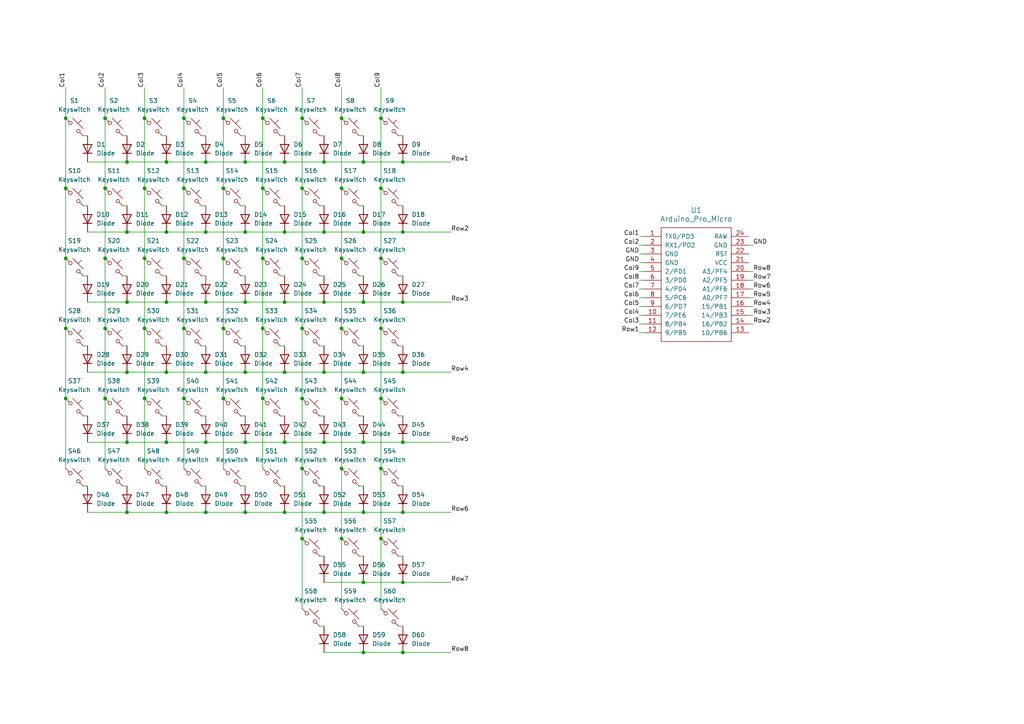
<source format=kicad_sch>
(kicad_sch (version 20231120) (generator "eeschema") (generator_version "8.0")
  (paper "A4")
  (junction (at 105.41 128.27))
  (junction (at 99.06 156.21))
  (junction (at 110.49 135.89))
  (junction (at 116.84 46.99))
  (junction (at 93.98 87.63))
  (junction (at 82.55 148.59))
  (junction (at 64.77 54.61))
  (junction (at 71.12 128.27))
  (junction (at 87.63 34.29))
  (junction (at 99.06 115.57))
  (junction (at 71.12 148.59))
  (junction (at 71.12 87.63))
  (junction (at 105.41 107.95))
  (junction (at 93.98 128.27))
  (junction (at 19.05 54.61))
  (junction (at 48.26 148.59))
  (junction (at 64.77 95.25))
  (junction (at 64.77 34.29))
  (junction (at 19.05 34.29))
  (junction (at 105.41 87.63))
  (junction (at 41.91 54.61))
  (junction (at 48.26 87.63))
  (junction (at 110.49 115.57))
  (junction (at 93.98 148.59))
  (junction (at 82.55 128.27))
  (junction (at 99.06 34.29))
  (junction (at 30.48 115.57))
  (junction (at 87.63 95.25))
  (junction (at 41.91 34.29))
  (junction (at 116.84 128.27))
  (junction (at 41.91 95.25))
  (junction (at 105.41 189.23))
  (junction (at 36.83 148.59))
  (junction (at 82.55 67.31))
  (junction (at 116.84 148.59))
  (junction (at 105.41 148.59))
  (junction (at 64.77 115.57))
  (junction (at 82.55 46.99))
  (junction (at 59.69 128.27))
  (junction (at 76.2 34.29))
  (junction (at 59.69 148.59))
  (junction (at 76.2 115.57))
  (junction (at 30.48 95.25))
  (junction (at 59.69 46.99))
  (junction (at 93.98 107.95))
  (junction (at 116.84 107.95))
  (junction (at 87.63 115.57))
  (junction (at 53.34 115.57))
  (junction (at 99.06 95.25))
  (junction (at 64.77 74.93))
  (junction (at 48.26 46.99))
  (junction (at 99.06 74.93))
  (junction (at 99.06 54.61))
  (junction (at 36.83 67.31))
  (junction (at 19.05 115.57))
  (junction (at 59.69 67.31))
  (junction (at 82.55 107.95))
  (junction (at 99.06 135.89))
  (junction (at 110.49 156.21))
  (junction (at 116.84 67.31))
  (junction (at 48.26 128.27))
  (junction (at 87.63 135.89))
  (junction (at 116.84 168.91))
  (junction (at 59.69 107.95))
  (junction (at 76.2 54.61))
  (junction (at 30.48 74.93))
  (junction (at 110.49 74.93))
  (junction (at 105.41 67.31))
  (junction (at 41.91 74.93))
  (junction (at 93.98 67.31))
  (junction (at 110.49 34.29))
  (junction (at 110.49 54.61))
  (junction (at 36.83 87.63))
  (junction (at 116.84 87.63))
  (junction (at 36.83 46.99))
  (junction (at 59.69 87.63))
  (junction (at 105.41 168.91))
  (junction (at 53.34 74.93))
  (junction (at 53.34 95.25))
  (junction (at 71.12 107.95))
  (junction (at 110.49 95.25))
  (junction (at 76.2 95.25))
  (junction (at 71.12 67.31))
  (junction (at 93.98 46.99))
  (junction (at 76.2 74.93))
  (junction (at 116.84 189.23))
  (junction (at 82.55 87.63))
  (junction (at 48.26 107.95))
  (junction (at 87.63 156.21))
  (junction (at 36.83 128.27))
  (junction (at 87.63 74.93))
  (junction (at 19.05 95.25))
  (junction (at 48.26 67.31))
  (junction (at 41.91 115.57))
  (junction (at 30.48 54.61))
  (junction (at 53.34 34.29))
  (junction (at 87.63 54.61))
  (junction (at 30.48 34.29))
  (junction (at 53.34 54.61))
  (junction (at 19.05 74.93))
  (junction (at 36.83 107.95))
  (junction (at 105.41 46.99))
  (junction (at 71.12 46.99))
  (wire (pts (xy 92.71 120.65) (xy 93.98 120.65)))
  (wire (pts (xy 81.28 39.37) (xy 82.55 39.37)))
  (wire (pts (xy 110.49 156.21) (xy 110.49 176.53)))
  (wire (pts (xy 115.57 80.01) (xy 116.84 80.01)))
  (wire (pts (xy 82.55 128.27) (xy 93.98 128.27)))
  (wire (pts (xy 110.49 34.29) (xy 110.49 54.61)))
  (wire (pts (xy 110.49 135.89) (xy 110.49 156.21)))
  (wire (pts (xy 58.42 39.37) (xy 59.69 39.37)))
  (wire (pts (xy 76.2 95.25) (xy 76.2 115.57)))
  (wire (pts (xy 58.42 140.97) (xy 59.69 140.97)))
  (wire (pts (xy 59.69 107.95) (xy 71.12 107.95)))
  (wire (pts (xy 110.49 54.61) (xy 110.49 74.93)))
  (wire (pts (xy 110.49 25.4) (xy 110.49 34.29)))
  (wire (pts (xy 25.4 87.63) (xy 36.83 87.63)))
  (wire (pts (xy 36.83 148.59) (xy 48.26 148.59)))
  (wire (pts (xy 46.99 100.33) (xy 48.26 100.33)))
  (wire (pts (xy 93.98 148.59) (xy 105.41 148.59)))
  (wire (pts (xy 35.56 100.33) (xy 36.83 100.33)))
  (wire (pts (xy 48.26 67.31) (xy 59.69 67.31)))
  (wire (pts (xy 48.26 87.63) (xy 59.69 87.63)))
  (wire (pts (xy 24.13 59.69) (xy 25.4 59.69)))
  (wire (pts (xy 71.12 87.63) (xy 82.55 87.63)))
  (wire (pts (xy 30.48 74.93) (xy 30.48 95.25)))
  (wire (pts (xy 81.28 140.97) (xy 82.55 140.97)))
  (wire (pts (xy 185.42 71.12) (xy 186.69 71.12)))
  (wire (pts (xy 104.14 39.37) (xy 105.41 39.37)))
  (wire (pts (xy 92.71 140.97) (xy 93.98 140.97)))
  (wire (pts (xy 69.85 80.01) (xy 71.12 80.01)))
  (wire (pts (xy 35.56 59.69) (xy 36.83 59.69)))
  (wire (pts (xy 115.57 181.61) (xy 116.84 181.61)))
  (wire (pts (xy 35.56 80.01) (xy 36.83 80.01)))
  (wire (pts (xy 71.12 67.31) (xy 82.55 67.31)))
  (wire (pts (xy 81.28 100.33) (xy 82.55 100.33)))
  (wire (pts (xy 218.44 83.82) (xy 217.17 83.82)))
  (wire (pts (xy 115.57 120.65) (xy 116.84 120.65)))
  (wire (pts (xy 64.77 74.93) (xy 64.77 95.25)))
  (wire (pts (xy 93.98 168.91) (xy 105.41 168.91)))
  (wire (pts (xy 48.26 46.99) (xy 59.69 46.99)))
  (wire (pts (xy 185.42 93.98) (xy 186.69 93.98)))
  (wire (pts (xy 41.91 54.61) (xy 41.91 74.93)))
  (wire (pts (xy 81.28 80.01) (xy 82.55 80.01)))
  (wire (pts (xy 25.4 128.27) (xy 36.83 128.27)))
  (wire (pts (xy 71.12 46.99) (xy 82.55 46.99)))
  (wire (pts (xy 41.91 25.4) (xy 41.91 34.29)))
  (wire (pts (xy 64.77 54.61) (xy 64.77 74.93)))
  (wire (pts (xy 92.71 59.69) (xy 93.98 59.69)))
  (wire (pts (xy 71.12 128.27) (xy 82.55 128.27)))
  (wire (pts (xy 104.14 80.01) (xy 105.41 80.01)))
  (wire (pts (xy 99.06 74.93) (xy 99.06 95.25)))
  (wire (pts (xy 25.4 67.31) (xy 36.83 67.31)))
  (wire (pts (xy 69.85 140.97) (xy 71.12 140.97)))
  (wire (pts (xy 76.2 115.57) (xy 76.2 135.89)))
  (wire (pts (xy 93.98 128.27) (xy 105.41 128.27)))
  (wire (pts (xy 110.49 74.93) (xy 110.49 95.25)))
  (wire (pts (xy 41.91 95.25) (xy 41.91 115.57)))
  (wire (pts (xy 59.69 87.63) (xy 71.12 87.63)))
  (wire (pts (xy 69.85 120.65) (xy 71.12 120.65)))
  (wire (pts (xy 105.41 46.99) (xy 116.84 46.99)))
  (wire (pts (xy 30.48 34.29) (xy 30.48 54.61)))
  (wire (pts (xy 130.81 46.99) (xy 116.84 46.99)))
  (wire (pts (xy 36.83 46.99) (xy 48.26 46.99)))
  (wire (pts (xy 76.2 34.29) (xy 76.2 54.61)))
  (wire (pts (xy 87.63 25.4) (xy 87.63 34.29)))
  (wire (pts (xy 104.14 100.33) (xy 105.41 100.33)))
  (wire (pts (xy 218.44 91.44) (xy 217.17 91.44)))
  (wire (pts (xy 53.34 34.29) (xy 53.34 54.61)))
  (wire (pts (xy 87.63 74.93) (xy 87.63 95.25)))
  (wire (pts (xy 105.41 168.91) (xy 116.84 168.91)))
  (wire (pts (xy 99.06 95.25) (xy 99.06 115.57)))
  (wire (pts (xy 36.83 128.27) (xy 48.26 128.27)))
  (wire (pts (xy 87.63 54.61) (xy 87.63 74.93)))
  (wire (pts (xy 58.42 80.01) (xy 59.69 80.01)))
  (wire (pts (xy 82.55 107.95) (xy 93.98 107.95)))
  (wire (pts (xy 19.05 95.25) (xy 19.05 115.57)))
  (wire (pts (xy 30.48 115.57) (xy 30.48 135.89)))
  (wire (pts (xy 116.84 128.27) (xy 130.81 128.27)))
  (wire (pts (xy 105.41 148.59) (xy 116.84 148.59)))
  (wire (pts (xy 46.99 80.01) (xy 48.26 80.01)))
  (wire (pts (xy 46.99 140.97) (xy 48.26 140.97)))
  (wire (pts (xy 185.42 88.9) (xy 186.69 88.9)))
  (wire (pts (xy 87.63 135.89) (xy 87.63 156.21)))
  (wire (pts (xy 116.84 148.59) (xy 130.81 148.59)))
  (wire (pts (xy 185.42 68.58) (xy 186.69 68.58)))
  (wire (pts (xy 87.63 34.29) (xy 87.63 54.61)))
  (wire (pts (xy 104.14 59.69) (xy 105.41 59.69)))
  (wire (pts (xy 130.81 189.23) (xy 116.84 189.23)))
  (wire (pts (xy 46.99 120.65) (xy 48.26 120.65)))
  (wire (pts (xy 185.42 83.82) (xy 186.69 83.82)))
  (wire (pts (xy 76.2 74.93) (xy 76.2 95.25)))
  (wire (pts (xy 76.2 54.61) (xy 76.2 74.93)))
  (wire (pts (xy 41.91 74.93) (xy 41.91 95.25)))
  (wire (pts (xy 35.56 140.97) (xy 36.83 140.97)))
  (wire (pts (xy 116.84 168.91) (xy 130.81 168.91)))
  (wire (pts (xy 48.26 148.59) (xy 59.69 148.59)))
  (wire (pts (xy 41.91 34.29) (xy 41.91 54.61)))
  (wire (pts (xy 110.49 115.57) (xy 110.49 135.89)))
  (wire (pts (xy 105.41 67.31) (xy 116.84 67.31)))
  (wire (pts (xy 19.05 74.93) (xy 19.05 95.25)))
  (wire (pts (xy 218.44 78.74) (xy 217.17 78.74)))
  (wire (pts (xy 64.77 34.29) (xy 64.77 54.61)))
  (wire (pts (xy 218.44 93.98) (xy 217.17 93.98)))
  (wire (pts (xy 99.06 115.57) (xy 99.06 135.89)))
  (wire (pts (xy 24.13 39.37) (xy 25.4 39.37)))
  (wire (pts (xy 104.14 120.65) (xy 105.41 120.65)))
  (wire (pts (xy 53.34 54.61) (xy 53.34 74.93)))
  (wire (pts (xy 48.26 107.95) (xy 59.69 107.95)))
  (wire (pts (xy 76.2 25.4) (xy 76.2 34.29)))
  (wire (pts (xy 35.56 120.65) (xy 36.83 120.65)))
  (wire (pts (xy 30.48 95.25) (xy 30.48 115.57)))
  (wire (pts (xy 110.49 95.25) (xy 110.49 115.57)))
  (wire (pts (xy 130.81 107.95) (xy 116.84 107.95)))
  (wire (pts (xy 69.85 39.37) (xy 71.12 39.37)))
  (wire (pts (xy 25.4 107.95) (xy 36.83 107.95)))
  (wire (pts (xy 71.12 148.59) (xy 82.55 148.59)))
  (wire (pts (xy 115.57 140.97) (xy 116.84 140.97)))
  (wire (pts (xy 99.06 25.4) (xy 99.06 34.29)))
  (wire (pts (xy 93.98 189.23) (xy 105.41 189.23)))
  (wire (pts (xy 46.99 39.37) (xy 48.26 39.37)))
  (wire (pts (xy 36.83 67.31) (xy 48.26 67.31)))
  (wire (pts (xy 104.14 181.61) (xy 105.41 181.61)))
  (wire (pts (xy 105.41 107.95) (xy 116.84 107.95)))
  (wire (pts (xy 92.71 181.61) (xy 93.98 181.61)))
  (wire (pts (xy 36.83 87.63) (xy 48.26 87.63)))
  (wire (pts (xy 185.42 96.52) (xy 186.69 96.52)))
  (wire (pts (xy 105.41 128.27) (xy 116.84 128.27)))
  (wire (pts (xy 30.48 54.61) (xy 30.48 74.93)))
  (wire (pts (xy 24.13 100.33) (xy 25.4 100.33)))
  (wire (pts (xy 218.44 81.28) (xy 217.17 81.28)))
  (wire (pts (xy 93.98 67.31) (xy 105.41 67.31)))
  (wire (pts (xy 25.4 46.99) (xy 36.83 46.99)))
  (wire (pts (xy 99.06 135.89) (xy 99.06 156.21)))
  (wire (pts (xy 217.17 71.12) (xy 218.44 71.12)))
  (wire (pts (xy 24.13 140.97) (xy 25.4 140.97)))
  (wire (pts (xy 185.42 78.74) (xy 186.69 78.74)))
  (wire (pts (xy 105.41 189.23) (xy 116.84 189.23)))
  (wire (pts (xy 81.28 59.69) (xy 82.55 59.69)))
  (wire (pts (xy 87.63 156.21) (xy 87.63 176.53)))
  (wire (pts (xy 92.71 161.29) (xy 93.98 161.29)))
  (wire (pts (xy 19.05 25.4) (xy 19.05 34.29)))
  (wire (pts (xy 185.42 76.2) (xy 186.69 76.2)))
  (wire (pts (xy 46.99 59.69) (xy 48.26 59.69)))
  (wire (pts (xy 82.55 87.63) (xy 93.98 87.63)))
  (wire (pts (xy 41.91 115.57) (xy 41.91 135.89)))
  (wire (pts (xy 24.13 80.01) (xy 25.4 80.01)))
  (wire (pts (xy 185.42 86.36) (xy 186.69 86.36)))
  (wire (pts (xy 130.81 67.31) (xy 116.84 67.31)))
  (wire (pts (xy 115.57 59.69) (xy 116.84 59.69)))
  (wire (pts (xy 59.69 67.31) (xy 71.12 67.31)))
  (wire (pts (xy 19.05 115.57) (xy 19.05 135.89)))
  (wire (pts (xy 185.42 81.28) (xy 186.69 81.28)))
  (wire (pts (xy 58.42 120.65) (xy 59.69 120.65)))
  (wire (pts (xy 104.14 161.29) (xy 105.41 161.29)))
  (wire (pts (xy 59.69 128.27) (xy 71.12 128.27)))
  (wire (pts (xy 35.56 39.37) (xy 36.83 39.37)))
  (wire (pts (xy 92.71 80.01) (xy 93.98 80.01)))
  (wire (pts (xy 82.55 67.31) (xy 93.98 67.31)))
  (wire (pts (xy 185.42 91.44) (xy 186.69 91.44)))
  (wire (pts (xy 130.81 87.63) (xy 116.84 87.63)))
  (wire (pts (xy 92.71 39.37) (xy 93.98 39.37)))
  (wire (pts (xy 25.4 148.59) (xy 36.83 148.59)))
  (wire (pts (xy 53.34 95.25) (xy 53.34 115.57)))
  (wire (pts (xy 99.06 156.21) (xy 99.06 176.53)))
  (wire (pts (xy 64.77 115.57) (xy 64.77 135.89)))
  (wire (pts (xy 24.13 120.65) (xy 25.4 120.65)))
  (wire (pts (xy 104.14 140.97) (xy 105.41 140.97)))
  (wire (pts (xy 93.98 87.63) (xy 105.41 87.63)))
  (wire (pts (xy 53.34 115.57) (xy 53.34 135.89)))
  (wire (pts (xy 69.85 59.69) (xy 71.12 59.69)))
  (wire (pts (xy 59.69 46.99) (xy 71.12 46.99)))
  (wire (pts (xy 59.69 148.59) (xy 71.12 148.59)))
  (wire (pts (xy 115.57 100.33) (xy 116.84 100.33)))
  (wire (pts (xy 218.44 86.36) (xy 217.17 86.36)))
  (wire (pts (xy 58.42 100.33) (xy 59.69 100.33)))
  (wire (pts (xy 82.55 46.99) (xy 93.98 46.99)))
  (wire (pts (xy 93.98 46.99) (xy 105.41 46.99)))
  (wire (pts (xy 115.57 161.29) (xy 116.84 161.29)))
  (wire (pts (xy 99.06 34.29) (xy 99.06 54.61)))
  (wire (pts (xy 58.42 59.69) (xy 59.69 59.69)))
  (wire (pts (xy 19.05 34.29) (xy 19.05 54.61)))
  (wire (pts (xy 64.77 25.4) (xy 64.77 34.29)))
  (wire (pts (xy 185.42 73.66) (xy 186.69 73.66)))
  (wire (pts (xy 82.55 148.59) (xy 93.98 148.59)))
  (wire (pts (xy 92.71 100.33) (xy 93.98 100.33)))
  (wire (pts (xy 69.85 100.33) (xy 71.12 100.33)))
  (wire (pts (xy 87.63 95.25) (xy 87.63 115.57)))
  (wire (pts (xy 218.44 88.9) (xy 217.17 88.9)))
  (wire (pts (xy 36.83 107.95) (xy 48.26 107.95)))
  (wire (pts (xy 93.98 107.95) (xy 105.41 107.95)))
  (wire (pts (xy 48.26 128.27) (xy 59.69 128.27)))
  (wire (pts (xy 19.05 54.61) (xy 19.05 74.93)))
  (wire (pts (xy 81.28 120.65) (xy 82.55 120.65)))
  (wire (pts (xy 71.12 107.95) (xy 82.55 107.95)))
  (wire (pts (xy 53.34 74.93) (xy 53.34 95.25)))
  (wire (pts (xy 87.63 115.57) (xy 87.63 135.89)))
  (wire (pts (xy 30.48 25.4) (xy 30.48 34.29)))
  (wire (pts (xy 53.34 25.4) (xy 53.34 34.29)))
  (wire (pts (xy 64.77 95.25) (xy 64.77 115.57)))
  (wire (pts (xy 105.41 87.63) (xy 116.84 87.63)))
  (wire (pts (xy 99.06 54.61) (xy 99.06 74.93)))
  (wire (pts (xy 115.57 39.37) (xy 116.84 39.37)))
  (label "Row1" (at 185.42 96.52 180))
  (label "Row4" (at 130.81 107.95 0))
  (label "Col5" (at 185.42 88.9 180))
  (label "Col6" (at 76.2 25.4 90))
  (label "Col3" (at 185.42 93.98 180))
  (label "Col4" (at 53.34 25.4 90))
  (label "Row2" (at 218.44 93.98 0))
  (label "Row5" (at 130.81 128.27 0))
  (label "GND" (at 218.44 71.12 0))
  (label "Col8" (at 185.42 81.28 180))
  (label "Col7" (at 87.63 25.4 90))
  (label "Col1" (at 185.42 68.58 180))
  (label "Row5" (at 218.44 86.36 0))
  (label "Row4" (at 218.44 88.9 0))
  (label "Row3" (at 130.81 87.63 0))
  (label "Col1" (at 19.05 25.4 90))
  (label "Col9" (at 185.42 78.74 180))
  (label "Col3" (at 41.91 25.4 90))
  (label "Row8" (at 218.44 78.74 0))
  (label "GND" (at 185.42 76.2 180))
  (label "Row2" (at 130.81 67.31 0))
  (label "Row3" (at 218.44 91.44 0))
  (label "Col5" (at 64.77 25.4 90))
  (label "GND" (at 185.42 73.66 180))
  (label "Col4" (at 185.42 91.44 180))
  (label "Row7" (at 218.44 81.28 0))
  (label "Col9" (at 110.49 25.4 90))
  (label "Row1" (at 130.81 46.99 0))
  (label "Col7" (at 185.42 83.82 180))
  (label "Row6" (at 218.44 83.82 0))
  (label "Col2" (at 185.42 71.12 180))
  (label "Col6" (at 185.42 86.36 180))
  (label "Col2" (at 30.48 25.4 90))
  (label "Row6" (at 130.81 148.59 0))
  (label "Col8" (at 99.06 25.4 90))
  (label "Row7" (at 130.81 168.91 0))
  (label "Row8" (at 130.81 189.23 0))
  (symbol (lib_id "ScottoKeebs:Placeholder_Keyswitch") (at 21.59 77.47 0) (unit 1)
    (property "Reference" "S19" (at 21.59 69.85 0))
    (property "Value" "Keyswitch" (at 21.59 72.39 0))
    (property "Footprint" "ScottoKeebs_MX:MX_PCB_1.00u" (effects (hide yes)))
    (property "Description" "Push button switch, normally open, two pins, 45° tilted" (effects (hide yes)))
  )
  (symbol (lib_id "ScottoKeebs:Placeholder_Keyswitch") (at 67.31 36.83 0) (unit 1)
    (property "Reference" "S5" (at 67.31 29.21 0))
    (property "Value" "Keyswitch" (at 67.31 31.75 0))
    (property "Footprint" "ScottoKeebs_MX:MX_PCB_1.00u" (effects (hide yes)))
    (property "Description" "Push button switch, normally open, two pins, 45° tilted" (effects (hide yes)))
  )
  (symbol (lib_id "ScottoKeebs:Placeholder_Diode") (at 116.84 124.46 90) (unit 1)
    (property "Reference" "D45" (at 119.38 123.1899 90) (effects (justify right)))
    (property "Value" "Diode" (at 119.38 125.7299 90) (effects (justify right)))
    (property "Footprint" "ScottoKeebs_Components:Diode_DO-35" (effects (hide yes)))
    (property "Description" "1N4148 (DO-35) or 1N4148W (SOD-123)" (effects (hide yes)))
    (property "Sim.Device" "D" (effects (hide yes)))
    (property "Sim.Pins" "1=K 2=A" (effects (hide yes)))
  )
  (symbol (lib_id "ScottoKeebs:Placeholder_Keyswitch") (at 67.31 118.11 0) (unit 1)
    (property "Reference" "S41" (at 67.31 110.49 0))
    (property "Value" "Keyswitch" (at 67.31 113.03 0))
    (property "Footprint" "ScottoKeebs_MX:MX_PCB_1.00u" (effects (hide yes)))
    (property "Description" "Push button switch, normally open, two pins, 45° tilted" (effects (hide yes)))
  )
  (symbol (lib_id "ScottoKeebs:Placeholder_Diode") (at 25.4 63.5 90) (unit 1)
    (property "Reference" "D10" (at 27.94 62.2299 90) (effects (justify right)))
    (property "Value" "Diode" (at 27.94 64.7699 90) (effects (justify right)))
    (property "Footprint" "ScottoKeebs_Components:Diode_DO-35" (effects (hide yes)))
    (property "Description" "1N4148 (DO-35) or 1N4148W (SOD-123)" (effects (hide yes)))
    (property "Sim.Device" "D" (effects (hide yes)))
    (property "Sim.Pins" "1=K 2=A" (effects (hide yes)))
  )
  (symbol (lib_id "ScottoKeebs:Placeholder_Diode") (at 116.84 185.42 90) (unit 1)
    (property "Reference" "D60" (at 119.38 184.1499 90) (effects (justify right)))
    (property "Value" "Diode" (at 119.38 186.6899 90) (effects (justify right)))
    (property "Footprint" "ScottoKeebs_Components:Diode_DO-35" (effects (hide yes)))
    (property "Description" "1N4148 (DO-35) or 1N4148W (SOD-123)" (effects (hide yes)))
    (property "Sim.Device" "D" (effects (hide yes)))
    (property "Sim.Pins" "1=K 2=A" (effects (hide yes)))
  )
  (symbol (lib_id "ScottoKeebs:MCU_Arduino_Pro_Micro") (at 201.93 82.55 0) (unit 1)
    (property "Reference" "U1" (at 201.93 60.96 0) (effects (font (size 1.524 1.524))))
    (property "Value" "Arduino_Pro_Micro" (at 201.93 63.5 0) (effects (font (size 1.524 1.524))))
    (property "Footprint" "ScottoKeebs_MCU:Arduino_Pro_Micro" (effects (hide yes)))
  )
  (symbol (lib_id "ScottoKeebs:Placeholder_Keyswitch") (at 21.59 57.15 0) (unit 1)
    (property "Reference" "S10" (at 21.59 49.53 0))
    (property "Value" "Keyswitch" (at 21.59 52.07 0))
    (property "Footprint" "ScottoKeebs_MX:MX_PCB_1.00u" (effects (hide yes)))
    (property "Description" "Push button switch, normally open, two pins, 45° tilted" (effects (hide yes)))
  )
  (symbol (lib_id "ScottoKeebs:Placeholder_Keyswitch") (at 113.03 179.07 0) (unit 1)
    (property "Reference" "S60" (at 113.03 171.45 0))
    (property "Value" "Keyswitch" (at 113.03 173.99 0))
    (property "Footprint" "ScottoKeebs_MX:MX_PCB_1.00u" (effects (hide yes)))
    (property "Description" "Push button switch, normally open, two pins, 45° tilted" (effects (hide yes)))
  )
  (symbol (lib_id "ScottoKeebs:Placeholder_Diode") (at 59.69 144.78 90) (unit 1)
    (property "Reference" "D49" (at 62.23 143.5099 90) (effects (justify right)))
    (property "Value" "Diode" (at 62.23 146.0499 90) (effects (justify right)))
    (property "Footprint" "ScottoKeebs_Components:Diode_DO-35" (effects (hide yes)))
    (property "Description" "1N4148 (DO-35) or 1N4148W (SOD-123)" (effects (hide yes)))
    (property "Sim.Device" "D" (effects (hide yes)))
    (property "Sim.Pins" "1=K 2=A" (effects (hide yes)))
  )
  (symbol (lib_id "ScottoKeebs:Placeholder_Keyswitch") (at 44.45 138.43 0) (unit 1)
    (property "Reference" "S48" (at 44.45 130.81 0))
    (property "Value" "Keyswitch" (at 44.45 133.35 0))
    (property "Footprint" "ScottoKeebs_MX:MX_PCB_1.00u" (effects (hide yes)))
    (property "Description" "Push button switch, normally open, two pins, 45° tilted" (effects (hide yes)))
  )
  (symbol (lib_id "ScottoKeebs:Placeholder_Diode") (at 105.41 43.18 90) (unit 1)
    (property "Reference" "D8" (at 107.95 41.9099 90) (effects (justify right)))
    (property "Value" "Diode" (at 107.95 44.4499 90) (effects (justify right)))
    (property "Footprint" "ScottoKeebs_Components:Diode_DO-35" (effects (hide yes)))
    (property "Description" "1N4148 (DO-35) or 1N4148W (SOD-123)" (effects (hide yes)))
    (property "Sim.Device" "D" (effects (hide yes)))
    (property "Sim.Pins" "1=K 2=A" (effects (hide yes)))
  )
  (symbol (lib_id "ScottoKeebs:Placeholder_Keyswitch") (at 44.45 118.11 0) (unit 1)
    (property "Reference" "S39" (at 44.45 110.49 0))
    (property "Value" "Keyswitch" (at 44.45 113.03 0))
    (property "Footprint" "ScottoKeebs_MX:MX_PCB_1.00u" (effects (hide yes)))
    (property "Description" "Push button switch, normally open, two pins, 45° tilted" (effects (hide yes)))
  )
  (symbol (lib_id "ScottoKeebs:Placeholder_Keyswitch") (at 113.03 36.83 0) (unit 1)
    (property "Reference" "S9" (at 113.03 29.21 0))
    (property "Value" "Keyswitch" (at 113.03 31.75 0))
    (property "Footprint" "ScottoKeebs_MX:MX_PCB_1.00u" (effects (hide yes)))
    (property "Description" "Push button switch, normally open, two pins, 45° tilted" (effects (hide yes)))
  )
  (symbol (lib_id "ScottoKeebs:Placeholder_Diode") (at 93.98 63.5 90) (unit 1)
    (property "Reference" "D16" (at 96.52 62.2299 90) (effects (justify right)))
    (property "Value" "Diode" (at 96.52 64.7699 90) (effects (justify right)))
    (property "Footprint" "ScottoKeebs_Components:Diode_DO-35" (effects (hide yes)))
    (property "Description" "1N4148 (DO-35) or 1N4148W (SOD-123)" (effects (hide yes)))
    (property "Sim.Device" "D" (effects (hide yes)))
    (property "Sim.Pins" "1=K 2=A" (effects (hide yes)))
  )
  (symbol (lib_id "ScottoKeebs:Placeholder_Diode") (at 59.69 43.18 90) (unit 1)
    (property "Reference" "D4" (at 62.23 41.9099 90) (effects (justify right)))
    (property "Value" "Diode" (at 62.23 44.4499 90) (effects (justify right)))
    (property "Footprint" "ScottoKeebs_Components:Diode_DO-35" (effects (hide yes)))
    (property "Description" "1N4148 (DO-35) or 1N4148W (SOD-123)" (effects (hide yes)))
    (property "Sim.Device" "D" (effects (hide yes)))
    (property "Sim.Pins" "1=K 2=A" (effects (hide yes)))
  )
  (symbol (lib_id "ScottoKeebs:Placeholder_Keyswitch") (at 113.03 118.11 0) (unit 1)
    (property "Reference" "S45" (at 113.03 110.49 0))
    (property "Value" "Keyswitch" (at 113.03 113.03 0))
    (property "Footprint" "ScottoKeebs_MX:MX_PCB_1.00u" (effects (hide yes)))
    (property "Description" "Push button switch, normally open, two pins, 45° tilted" (effects (hide yes)))
  )
  (symbol (lib_id "ScottoKeebs:Placeholder_Diode") (at 93.98 124.46 90) (unit 1)
    (property "Reference" "D43" (at 96.52 123.1899 90) (effects (justify right)))
    (property "Value" "Diode" (at 96.52 125.7299 90) (effects (justify right)))
    (property "Footprint" "ScottoKeebs_Components:Diode_DO-35" (effects (hide yes)))
    (property "Description" "1N4148 (DO-35) or 1N4148W (SOD-123)" (effects (hide yes)))
    (property "Sim.Device" "D" (effects (hide yes)))
    (property "Sim.Pins" "1=K 2=A" (effects (hide yes)))
  )
  (symbol (lib_id "ScottoKeebs:Placeholder_Keyswitch") (at 90.17 138.43 0) (unit 1)
    (property "Reference" "S52" (at 90.17 130.81 0))
    (property "Value" "Keyswitch" (at 90.17 133.35 0))
    (property "Footprint" "ScottoKeebs_MX:MX_PCB_1.00u" (effects (hide yes)))
    (property "Description" "Push button switch, normally open, two pins, 45° tilted" (effects (hide yes)))
  )
  (symbol (lib_id "ScottoKeebs:Placeholder_Diode") (at 105.41 83.82 90) (unit 1)
    (property "Reference" "D26" (at 107.95 82.5499 90) (effects (justify right)))
    (property "Value" "Diode" (at 107.95 85.0899 90) (effects (justify right)))
    (property "Footprint" "ScottoKeebs_Components:Diode_DO-35" (effects (hide yes)))
    (property "Description" "1N4148 (DO-35) or 1N4148W (SOD-123)" (effects (hide yes)))
    (property "Sim.Device" "D" (effects (hide yes)))
    (property "Sim.Pins" "1=K 2=A" (effects (hide yes)))
  )
  (symbol (lib_id "ScottoKeebs:Placeholder_Keyswitch") (at 67.31 77.47 0) (unit 1)
    (property "Reference" "S23" (at 67.31 69.85 0))
    (property "Value" "Keyswitch" (at 67.31 72.39 0))
    (property "Footprint" "ScottoKeebs_MX:MX_PCB_1.00u" (effects (hide yes)))
    (property "Description" "Push button switch, normally open, two pins, 45° tilted" (effects (hide yes)))
  )
  (symbol (lib_id "ScottoKeebs:Placeholder_Diode") (at 105.41 63.5 90) (unit 1)
    (property "Reference" "D17" (at 107.95 62.2299 90) (effects (justify right)))
    (property "Value" "Diode" (at 107.95 64.7699 90) (effects (justify right)))
    (property "Footprint" "ScottoKeebs_Components:Diode_DO-35" (effects (hide yes)))
    (property "Description" "1N4148 (DO-35) or 1N4148W (SOD-123)" (effects (hide yes)))
    (property "Sim.Device" "D" (effects (hide yes)))
    (property "Sim.Pins" "1=K 2=A" (effects (hide yes)))
  )
  (symbol (lib_id "ScottoKeebs:Placeholder_Diode") (at 71.12 63.5 90) (unit 1)
    (property "Reference" "D14" (at 73.66 62.2299 90) (effects (justify right)))
    (property "Value" "Diode" (at 73.66 64.7699 90) (effects (justify right)))
    (property "Footprint" "ScottoKeebs_Components:Diode_DO-35" (effects (hide yes)))
    (property "Description" "1N4148 (DO-35) or 1N4148W (SOD-123)" (effects (hide yes)))
    (property "Sim.Device" "D" (effects (hide yes)))
    (property "Sim.Pins" "1=K 2=A" (effects (hide yes)))
  )
  (symbol (lib_id "ScottoKeebs:Placeholder_Diode") (at 25.4 83.82 90) (unit 1)
    (property "Reference" "D19" (at 27.94 82.5499 90) (effects (justify right)))
    (property "Value" "Diode" (at 27.94 85.0899 90) (effects (justify right)))
    (property "Footprint" "ScottoKeebs_Components:Diode_DO-35" (effects (hide yes)))
    (property "Description" "1N4148 (DO-35) or 1N4148W (SOD-123)" (effects (hide yes)))
    (property "Sim.Device" "D" (effects (hide yes)))
    (property "Sim.Pins" "1=K 2=A" (effects (hide yes)))
  )
  (symbol (lib_id "ScottoKeebs:Placeholder_Keyswitch") (at 67.31 57.15 0) (unit 1)
    (property "Reference" "S14" (at 67.31 49.53 0))
    (property "Value" "Keyswitch" (at 67.31 52.07 0))
    (property "Footprint" "ScottoKeebs_MX:MX_PCB_1.00u" (effects (hide yes)))
    (property "Description" "Push button switch, normally open, two pins, 45° tilted" (effects (hide yes)))
  )
  (symbol (lib_id "ScottoKeebs:Placeholder_Keyswitch") (at 78.74 77.47 0) (unit 1)
    (property "Reference" "S24" (at 78.74 69.85 0))
    (property "Value" "Keyswitch" (at 78.74 72.39 0))
    (property "Footprint" "ScottoKeebs_MX:MX_PCB_1.00u" (effects (hide yes)))
    (property "Description" "Push button switch, normally open, two pins, 45° tilted" (effects (hide yes)))
  )
  (symbol (lib_id "ScottoKeebs:Placeholder_Keyswitch") (at 33.02 97.79 0) (unit 1)
    (property "Reference" "S29" (at 33.02 90.17 0))
    (property "Value" "Keyswitch" (at 33.02 92.71 0))
    (property "Footprint" "ScottoKeebs_MX:MX_PCB_1.00u" (effects (hide yes)))
    (property "Description" "Push button switch, normally open, two pins, 45° tilted" (effects (hide yes)))
  )
  (symbol (lib_id "ScottoKeebs:Placeholder_Keyswitch") (at 55.88 36.83 0) (unit 1)
    (property "Reference" "S4" (at 55.88 29.21 0))
    (property "Value" "Keyswitch" (at 55.88 31.75 0))
    (property "Footprint" "ScottoKeebs_MX:MX_PCB_1.00u" (effects (hide yes)))
    (property "Description" "Push button switch, normally open, two pins, 45° tilted" (effects (hide yes)))
  )
  (symbol (lib_id "ScottoKeebs:Placeholder_Diode") (at 82.55 83.82 90) (unit 1)
    (property "Reference" "D24" (at 85.09 82.5499 90) (effects (justify right)))
    (property "Value" "Diode" (at 85.09 85.0899 90) (effects (justify right)))
    (property "Footprint" "ScottoKeebs_Components:Diode_DO-35" (effects (hide yes)))
    (property "Description" "1N4148 (DO-35) or 1N4148W (SOD-123)" (effects (hide yes)))
    (property "Sim.Device" "D" (effects (hide yes)))
    (property "Sim.Pins" "1=K 2=A" (effects (hide yes)))
  )
  (symbol (lib_id "ScottoKeebs:Placeholder_Keyswitch") (at 44.45 36.83 0) (unit 1)
    (property "Reference" "S3" (at 44.45 29.21 0))
    (property "Value" "Keyswitch" (at 44.45 31.75 0))
    (property "Footprint" "ScottoKeebs_MX:MX_PCB_1.00u" (effects (hide yes)))
    (property "Description" "Push button switch, normally open, two pins, 45° tilted" (effects (hide yes)))
  )
  (symbol (lib_id "ScottoKeebs:Placeholder_Keyswitch") (at 113.03 158.75 0) (unit 1)
    (property "Reference" "S57" (at 113.03 151.13 0))
    (property "Value" "Keyswitch" (at 113.03 153.67 0))
    (property "Footprint" "ScottoKeebs_MX:MX_PCB_1.00u" (effects (hide yes)))
    (property "Description" "Push button switch, normally open, two pins, 45° tilted" (effects (hide yes)))
  )
  (symbol (lib_id "ScottoKeebs:Placeholder_Keyswitch") (at 90.17 36.83 0) (unit 1)
    (property "Reference" "S7" (at 90.17 29.21 0))
    (property "Value" "Keyswitch" (at 90.17 31.75 0))
    (property "Footprint" "ScottoKeebs_MX:MX_PCB_1.00u" (effects (hide yes)))
    (property "Description" "Push button switch, normally open, two pins, 45° tilted" (effects (hide yes)))
  )
  (symbol (lib_id "ScottoKeebs:Placeholder_Diode") (at 116.84 165.1 90) (unit 1)
    (property "Reference" "D57" (at 119.38 163.8299 90) (effects (justify right)))
    (property "Value" "Diode" (at 119.38 166.3699 90) (effects (justify right)))
    (property "Footprint" "ScottoKeebs_Components:Diode_DO-35" (effects (hide yes)))
    (property "Description" "1N4148 (DO-35) or 1N4148W (SOD-123)" (effects (hide yes)))
    (property "Sim.Device" "D" (effects (hide yes)))
    (property "Sim.Pins" "1=K 2=A" (effects (hide yes)))
  )
  (symbol (lib_id "ScottoKeebs:Placeholder_Diode") (at 59.69 63.5 90) (unit 1)
    (property "Reference" "D13" (at 62.23 62.2299 90) (effects (justify right)))
    (property "Value" "Diode" (at 62.23 64.7699 90) (effects (justify right)))
    (property "Footprint" "ScottoKeebs_Components:Diode_DO-35" (effects (hide yes)))
    (property "Description" "1N4148 (DO-35) or 1N4148W (SOD-123)" (effects (hide yes)))
    (property "Sim.Device" "D" (effects (hide yes)))
    (property "Sim.Pins" "1=K 2=A" (effects (hide yes)))
  )
  (symbol (lib_id "ScottoKeebs:Placeholder_Diode") (at 36.83 83.82 90) (unit 1)
    (property "Reference" "D20" (at 39.37 82.5499 90) (effects (justify right)))
    (property "Value" "Diode" (at 39.37 85.0899 90) (effects (justify right)))
    (property "Footprint" "ScottoKeebs_Components:Diode_DO-35" (effects (hide yes)))
    (property "Description" "1N4148 (DO-35) or 1N4148W (SOD-123)" (effects (hide yes)))
    (property "Sim.Device" "D" (effects (hide yes)))
    (property "Sim.Pins" "1=K 2=A" (effects (hide yes)))
  )
  (symbol (lib_id "ScottoKeebs:Placeholder_Keyswitch") (at 55.88 57.15 0) (unit 1)
    (property "Reference" "S13" (at 55.88 49.53 0))
    (property "Value" "Keyswitch" (at 55.88 52.07 0))
    (property "Footprint" "ScottoKeebs_MX:MX_PCB_1.00u" (effects (hide yes)))
    (property "Description" "Push button switch, normally open, two pins, 45° tilted" (effects (hide yes)))
  )
  (symbol (lib_id "ScottoKeebs:Placeholder_Diode") (at 25.4 144.78 90) (unit 1)
    (property "Reference" "D46" (at 27.94 143.5099 90) (effects (justify right)))
    (property "Value" "Diode" (at 27.94 146.0499 90) (effects (justify right)))
    (property "Footprint" "ScottoKeebs_Components:Diode_DO-35" (effects (hide yes)))
    (property "Description" "1N4148 (DO-35) or 1N4148W (SOD-123)" (effects (hide yes)))
    (property "Sim.Device" "D" (effects (hide yes)))
    (property "Sim.Pins" "1=K 2=A" (effects (hide yes)))
  )
  (symbol (lib_id "ScottoKeebs:Placeholder_Keyswitch") (at 55.88 77.47 0) (unit 1)
    (property "Reference" "S22" (at 55.88 69.85 0))
    (property "Value" "Keyswitch" (at 55.88 72.39 0))
    (property "Footprint" "ScottoKeebs_MX:MX_PCB_1.00u" (effects (hide yes)))
    (property "Description" "Push button switch, normally open, two pins, 45° tilted" (effects (hide yes)))
  )
  (symbol (lib_id "ScottoKeebs:Placeholder_Diode") (at 116.84 63.5 90) (unit 1)
    (property "Reference" "D18" (at 119.38 62.2299 90) (effects (justify right)))
    (property "Value" "Diode" (at 119.38 64.7699 90) (effects (justify right)))
    (property "Footprint" "ScottoKeebs_Components:Diode_DO-35" (effects (hide yes)))
    (property "Description" "1N4148 (DO-35) or 1N4148W (SOD-123)" (effects (hide yes)))
    (property "Sim.Device" "D" (effects (hide yes)))
    (property "Sim.Pins" "1=K 2=A" (effects (hide yes)))
  )
  (symbol (lib_id "ScottoKeebs:Placeholder_Keyswitch") (at 67.31 138.43 0) (unit 1)
    (property "Reference" "S50" (at 67.31 130.81 0))
    (property "Value" "Keyswitch" (at 67.31 133.35 0))
    (property "Footprint" "ScottoKeebs_MX:MX_PCB_1.00u" (effects (hide yes)))
    (property "Description" "Push button switch, normally open, two pins, 45° tilted" (effects (hide yes)))
  )
  (symbol (lib_id "ScottoKeebs:Placeholder_Keyswitch") (at 78.74 36.83 0) (unit 1)
    (property "Reference" "S6" (at 78.74 29.21 0))
    (property "Value" "Keyswitch" (at 78.74 31.75 0))
    (property "Footprint" "ScottoKeebs_MX:MX_PCB_1.00u" (effects (hide yes)))
    (property "Description" "Push button switch, normally open, two pins, 45° tilted" (effects (hide yes)))
  )
  (symbol (lib_id "ScottoKeebs:Placeholder_Diode") (at 48.26 124.46 90) (unit 1)
    (property "Reference" "D39" (at 50.8 123.1899 90) (effects (justify right)))
    (property "Value" "Diode" (at 50.8 125.7299 90) (effects (justify right)))
    (property "Footprint" "ScottoKeebs_Components:Diode_DO-35" (effects (hide yes)))
    (property "Description" "1N4148 (DO-35) or 1N4148W (SOD-123)" (effects (hide yes)))
    (property "Sim.Device" "D" (effects (hide yes)))
    (property "Sim.Pins" "1=K 2=A" (effects (hide yes)))
  )
  (symbol (lib_id "ScottoKeebs:Placeholder_Keyswitch") (at 101.6 138.43 0) (unit 1)
    (property "Reference" "S53" (at 101.6 130.81 0))
    (property "Value" "Keyswitch" (at 101.6 133.35 0))
    (property "Footprint" "ScottoKeebs_MX:MX_PCB_1.00u" (effects (hide yes)))
    (property "Description" "Push button switch, normally open, two pins, 45° tilted" (effects (hide yes)))
  )
  (symbol (lib_id "ScottoKeebs:Placeholder_Diode") (at 116.84 144.78 90) (unit 1)
    (property "Reference" "D54" (at 119.38 143.5099 90) (effects (justify right)))
    (property "Value" "Diode" (at 119.38 146.0499 90) (effects (justify right)))
    (property "Footprint" "ScottoKeebs_Components:Diode_DO-35" (effects (hide yes)))
    (property "Description" "1N4148 (DO-35) or 1N4148W (SOD-123)" (effects (hide yes)))
    (property "Sim.Device" "D" (effects (hide yes)))
    (property "Sim.Pins" "1=K 2=A" (effects (hide yes)))
  )
  (symbol (lib_id "ScottoKeebs:Placeholder_Keyswitch") (at 101.6 77.47 0) (unit 1)
    (property "Reference" "S26" (at 101.6 69.85 0))
    (property "Value" "Keyswitch" (at 101.6 72.39 0))
    (property "Footprint" "ScottoKeebs_MX:MX_PCB_1.00u" (effects (hide yes)))
    (property "Description" "Push button switch, normally open, two pins, 45° tilted" (effects (hide yes)))
  )
  (symbol (lib_id "ScottoKeebs:Placeholder_Keyswitch") (at 33.02 77.47 0) (unit 1)
    (property "Reference" "S20" (at 33.02 69.85 0))
    (property "Value" "Keyswitch" (at 33.02 72.39 0))
    (property "Footprint" "ScottoKeebs_MX:MX_PCB_1.00u" (effects (hide yes)))
    (property "Description" "Push button switch, normally open, two pins, 45° tilted" (effects (hide yes)))
  )
  (symbol (lib_id "ScottoKeebs:Placeholder_Keyswitch") (at 44.45 77.47 0) (unit 1)
    (property "Reference" "S21" (at 44.45 69.85 0))
    (property "Value" "Keyswitch" (at 44.45 72.39 0))
    (property "Footprint" "ScottoKeebs_MX:MX_PCB_1.00u" (effects (hide yes)))
    (property "Description" "Push button switch, normally open, two pins, 45° tilted" (effects (hide yes)))
  )
  (symbol (lib_id "ScottoKeebs:Placeholder_Keyswitch") (at 90.17 158.75 0) (unit 1)
    (property "Reference" "S55" (at 90.17 151.13 0))
    (property "Value" "Keyswitch" (at 90.17 153.67 0))
    (property "Footprint" "ScottoKeebs_MX:MX_PCB_1.00u" (effects (hide yes)))
    (property "Description" "Push button switch, normally open, two pins, 45° tilted" (effects (hide yes)))
  )
  (symbol (lib_id "ScottoKeebs:Placeholder_Diode") (at 71.12 83.82 90) (unit 1)
    (property "Reference" "D23" (at 73.66 82.5499 90) (effects (justify right)))
    (property "Value" "Diode" (at 73.66 85.0899 90) (effects (justify right)))
    (property "Footprint" "ScottoKeebs_Components:Diode_DO-35" (effects (hide yes)))
    (property "Description" "1N4148 (DO-35) or 1N4148W (SOD-123)" (effects (hide yes)))
    (property "Sim.Device" "D" (effects (hide yes)))
    (property "Sim.Pins" "1=K 2=A" (effects (hide yes)))
  )
  (symbol (lib_id "ScottoKeebs:Placeholder_Keyswitch") (at 33.02 138.43 0) (unit 1)
    (property "Reference" "S47" (at 33.02 130.81 0))
    (property "Value" "Keyswitch" (at 33.02 133.35 0))
    (property "Footprint" "ScottoKeebs_MX:MX_PCB_1.00u" (effects (hide yes)))
    (property "Description" "Push button switch, normally open, two pins, 45° tilted" (effects (hide yes)))
  )
  (symbol (lib_id "ScottoKeebs:Placeholder_Keyswitch") (at 44.45 57.15 0) (unit 1)
    (property "Reference" "S12" (at 44.45 49.53 0))
    (property "Value" "Keyswitch" (at 44.45 52.07 0))
    (property "Footprint" "ScottoKeebs_MX:MX_PCB_1.00u" (effects (hide yes)))
    (property "Description" "Push button switch, normally open, two pins, 45° tilted" (effects (hide yes)))
  )
  (symbol (lib_id "ScottoKeebs:Placeholder_Diode") (at 36.83 124.46 90) (unit 1)
    (property "Reference" "D38" (at 39.37 123.1899 90) (effects (justify right)))
    (property "Value" "Diode" (at 39.37 125.7299 90) (effects (justify right)))
    (property "Footprint" "ScottoKeebs_Components:Diode_DO-35" (effects (hide yes)))
    (property "Description" "1N4148 (DO-35) or 1N4148W (SOD-123)" (effects (hide yes)))
    (property "Sim.Device" "D" (effects (hide yes)))
    (property "Sim.Pins" "1=K 2=A" (effects (hide yes)))
  )
  (symbol (lib_id "ScottoKeebs:Placeholder_Keyswitch") (at 78.74 118.11 0) (unit 1)
    (property "Reference" "S42" (at 78.74 110.49 0))
    (property "Value" "Keyswitch" (at 78.74 113.03 0))
    (property "Footprint" "ScottoKeebs_MX:MX_PCB_1.00u" (effects (hide yes)))
    (property "Description" "Push button switch, normally open, two pins, 45° tilted" (effects (hide yes)))
  )
  (symbol (lib_id "ScottoKeebs:Placeholder_Keyswitch") (at 101.6 36.83 0) (unit 1)
    (property "Reference" "S8" (at 101.6 29.21 0))
    (property "Value" "Keyswitch" (at 101.6 31.75 0))
    (property "Footprint" "ScottoKeebs_MX:MX_PCB_1.00u" (effects (hide yes)))
    (property "Description" "Push button switch, normally open, two pins, 45° tilted" (effects (hide yes)))
  )
  (symbol (lib_id "ScottoKeebs:Placeholder_Diode") (at 93.98 165.1 90) (unit 1)
    (property "Reference" "D55" (at 96.52 163.8299 90) (effects (justify right)))
    (property "Value" "Diode" (at 96.52 166.3699 90) (effects (justify right)))
    (property "Footprint" "ScottoKeebs_Components:Diode_DO-35" (effects (hide yes)))
    (property "Description" "1N4148 (DO-35) or 1N4148W (SOD-123)" (effects (hide yes)))
    (property "Sim.Device" "D" (effects (hide yes)))
    (property "Sim.Pins" "1=K 2=A" (effects (hide yes)))
  )
  (symbol (lib_id "ScottoKeebs:Placeholder_Diode") (at 93.98 185.42 90) (unit 1)
    (property "Reference" "D58" (at 96.52 184.1499 90) (effects (justify right)))
    (property "Value" "Diode" (at 96.52 186.6899 90) (effects (justify right)))
    (property "Footprint" "ScottoKeebs_Components:Diode_DO-35" (effects (hide yes)))
    (property "Description" "1N4148 (DO-35) or 1N4148W (SOD-123)" (effects (hide yes)))
    (property "Sim.Device" "D" (effects (hide yes)))
    (property "Sim.Pins" "1=K 2=A" (effects (hide yes)))
  )
  (symbol (lib_id "ScottoKeebs:Placeholder_Keyswitch") (at 21.59 138.43 0) (unit 1)
    (property "Reference" "S46" (at 21.59 130.81 0))
    (property "Value" "Keyswitch" (at 21.59 133.35 0))
    (property "Footprint" "ScottoKeebs_MX:MX_PCB_1.00u" (effects (hide yes)))
    (property "Description" "Push button switch, normally open, two pins, 45° tilted" (effects (hide yes)))
  )
  (symbol (lib_id "ScottoKeebs:Placeholder_Diode") (at 82.55 104.14 90) (unit 1)
    (property "Reference" "D33" (at 85.09 102.8699 90) (effects (justify right)))
    (property "Value" "Diode" (at 85.09 105.4099 90) (effects (justify right)))
    (property "Footprint" "ScottoKeebs_Components:Diode_DO-35" (effects (hide yes)))
    (property "Description" "1N4148 (DO-35) or 1N4148W (SOD-123)" (effects (hide yes)))
    (property "Sim.Device" "D" (effects (hide yes)))
    (property "Sim.Pins" "1=K 2=A" (effects (hide yes)))
  )
  (symbol (lib_id "ScottoKeebs:Placeholder_Diode") (at 82.55 63.5 90) (unit 1)
    (property "Reference" "D15" (at 85.09 62.2299 90) (effects (justify right)))
    (property "Value" "Diode" (at 85.09 64.7699 90) (effects (justify right)))
    (property "Footprint" "ScottoKeebs_Components:Diode_DO-35" (effects (hide yes)))
    (property "Description" "1N4148 (DO-35) or 1N4148W (SOD-123)" (effects (hide yes)))
    (property "Sim.Device" "D" (effects (hide yes)))
    (property "Sim.Pins" "1=K 2=A" (effects (hide yes)))
  )
  (symbol (lib_id "ScottoKeebs:Placeholder_Diode") (at 25.4 43.18 90) (unit 1)
    (property "Reference" "D1" (at 27.94 41.9099 90) (effects (justify right)))
    (property "Value" "Diode" (at 27.94 44.4499 90) (effects (justify right)))
    (property "Footprint" "ScottoKeebs_Components:Diode_DO-35" (effects (hide yes)))
    (property "Description" "1N4148 (DO-35) or 1N4148W (SOD-123)" (effects (hide yes)))
    (property "Sim.Device" "D" (effects (hide yes)))
    (property "Sim.Pins" "1=K 2=A" (effects (hide yes)))
  )
  (symbol (lib_id "ScottoKeebs:Placeholder_Diode") (at 82.55 144.78 90) (unit 1)
    (property "Reference" "D51" (at 85.09 143.5099 90) (effects (justify right)))
    (property "Value" "Diode" (at 85.09 146.0499 90) (effects (justify right)))
    (property "Footprint" "ScottoKeebs_Components:Diode_DO-35" (effects (hide yes)))
    (property "Description" "1N4148 (DO-35) or 1N4148W (SOD-123)" (effects (hide yes)))
    (property "Sim.Device" "D" (effects (hide yes)))
    (property "Sim.Pins" "1=K 2=A" (effects (hide yes)))
  )
  (symbol (lib_id "ScottoKeebs:Placeholder_Keyswitch") (at 113.03 97.79 0) (unit 1)
    (property "Reference" "S36" (at 113.03 90.17 0))
    (property "Value" "Keyswitch" (at 113.03 92.71 0))
    (property "Footprint" "ScottoKeebs_MX:MX_PCB_1.00u" (effects (hide yes)))
    (property "Description" "Push button switch, normally open, two pins, 45° tilted" (effects (hide yes)))
  )
  (symbol (lib_id "ScottoKeebs:Placeholder_Diode") (at 116.84 104.14 90) (unit 1)
    (property "Reference" "D36" (at 119.38 102.8699 90) (effects (justify right)))
    (property "Value" "Diode" (at 119.38 105.4099 90) (effects (justify right)))
    (property "Footprint" "ScottoKeebs_Components:Diode_DO-35" (effects (hide yes)))
    (property "Description" "1N4148 (DO-35) or 1N4148W (SOD-123)" (effects (hide yes)))
    (property "Sim.Device" "D" (effects (hide yes)))
    (property "Sim.Pins" "1=K 2=A" (effects (hide yes)))
  )
  (symbol (lib_id "ScottoKeebs:Placeholder_Diode") (at 105.41 144.78 90) (unit 1)
    (property "Reference" "D53" (at 107.95 143.5099 90) (effects (justify right)))
    (property "Value" "Diode" (at 107.95 146.0499 90) (effects (justify right)))
    (property "Footprint" "ScottoKeebs_Components:Diode_DO-35" (effects (hide yes)))
    (property "Description" "1N4148 (DO-35) or 1N4148W (SOD-123)" (effects (hide yes)))
    (property "Sim.Device" "D" (effects (hide yes)))
    (property "Sim.Pins" "1=K 2=A" (effects (hide yes)))
  )
  (symbol (lib_id "ScottoKeebs:Placeholder_Keyswitch") (at 113.03 57.15 0) (unit 1)
    (property "Reference" "S18" (at 113.03 49.53 0))
    (property "Value" "Keyswitch" (at 113.03 52.07 0))
    (property "Footprint" "ScottoKeebs_MX:MX_PCB_1.00u" (effects (hide yes)))
    (property "Description" "Push button switch, normally open, two pins, 45° tilted" (effects (hide yes)))
  )
  (symbol (lib_id "ScottoKeebs:Placeholder_Keyswitch") (at 55.88 118.11 0) (unit 1)
    (property "Reference" "S40" (at 55.88 110.49 0))
    (property "Value" "Keyswitch" (at 55.88 113.03 0))
    (property "Footprint" "ScottoKeebs_MX:MX_PCB_1.00u" (effects (hide yes)))
    (property "Description" "Push button switch, normally open, two pins, 45° tilted" (effects (hide yes)))
  )
  (symbol (lib_id "ScottoKeebs:Placeholder_Keyswitch") (at 44.45 97.79 0) (unit 1)
    (property "Reference" "S30" (at 44.45 90.17 0))
    (property "Value" "Keyswitch" (at 44.45 92.71 0))
    (property "Footprint" "ScottoKeebs_MX:MX_PCB_1.00u" (effects (hide yes)))
    (property "Description" "Push button switch, normally open, two pins, 45° tilted" (effects (hide yes)))
  )
  (symbol (lib_id "ScottoKeebs:Placeholder_Diode") (at 82.55 43.18 90) (unit 1)
    (property "Reference" "D6" (at 85.09 41.9099 90) (effects (justify right)))
    (property "Value" "Diode" (at 85.09 44.4499 90) (effects (justify right)))
    (property "Footprint" "ScottoKeebs_Components:Diode_DO-35" (effects (hide yes)))
    (property "Description" "1N4148 (DO-35) or 1N4148W (SOD-123)" (effects (hide yes)))
    (property "Sim.Device" "D" (effects (hide yes)))
    (property "Sim.Pins" "1=K 2=A" (effects (hide yes)))
  )
  (symbol (lib_id "ScottoKeebs:Placeholder_Keyswitch") (at 33.02 57.15 0) (unit 1)
    (property "Reference" "S11" (at 33.02 49.53 0))
    (property "Value" "Keyswitch" (at 33.02 52.07 0))
    (property "Footprint" "ScottoKeebs_MX:MX_PCB_1.00u" (effects (hide yes)))
    (property "Description" "Push button switch, normally open, two pins, 45° tilted" (effects (hide yes)))
  )
  (symbol (lib_id "ScottoKeebs:Placeholder_Diode") (at 48.26 83.82 90) (unit 1)
    (property "Reference" "D21" (at 50.8 82.5499 90) (effects (justify right)))
    (property "Value" "Diode" (at 50.8 85.0899 90) (effects (justify right)))
    (property "Footprint" "ScottoKeebs_Components:Diode_DO-35" (effects (hide yes)))
    (property "Description" "1N4148 (DO-35) or 1N4148W (SOD-123)" (effects (hide yes)))
    (property "Sim.Device" "D" (effects (hide yes)))
    (property "Sim.Pins" "1=K 2=A" (effects (hide yes)))
  )
  (symbol (lib_id "ScottoKeebs:Placeholder_Diode") (at 93.98 144.78 90) (unit 1)
    (property "Reference" "D52" (at 96.52 143.5099 90) (effects (justify right)))
    (property "Value" "Diode" (at 96.52 146.0499 90) (effects (justify right)))
    (property "Footprint" "ScottoKeebs_Components:Diode_DO-35" (effects (hide yes)))
    (property "Description" "1N4148 (DO-35) or 1N4148W (SOD-123)" (effects (hide yes)))
    (property "Sim.Device" "D" (effects (hide yes)))
    (property "Sim.Pins" "1=K 2=A" (effects (hide yes)))
  )
  (symbol (lib_id "ScottoKeebs:Placeholder_Diode") (at 48.26 43.18 90) (unit 1)
    (property "Reference" "D3" (at 50.8 41.9099 90) (effects (justify right)))
    (property "Value" "Diode" (at 50.8 44.4499 90) (effects (justify right)))
    (property "Footprint" "ScottoKeebs_Components:Diode_DO-35" (effects (hide yes)))
    (property "Description" "1N4148 (DO-35) or 1N4148W (SOD-123)" (effects (hide yes)))
    (property "Sim.Device" "D" (effects (hide yes)))
    (property "Sim.Pins" "1=K 2=A" (effects (hide yes)))
  )
  (symbol (lib_id "ScottoKeebs:Placeholder_Keyswitch") (at 21.59 97.79 0) (unit 1)
    (property "Reference" "S28" (at 21.59 90.17 0))
    (property "Value" "Keyswitch" (at 21.59 92.71 0))
    (property "Footprint" "ScottoKeebs_MX:MX_PCB_1.00u" (effects (hide yes)))
    (property "Description" "Push button switch, normally open, two pins, 45° tilted" (effects (hide yes)))
  )
  (symbol (lib_id "ScottoKeebs:Placeholder_Keyswitch") (at 33.02 36.83 0) (unit 1)
    (property "Reference" "S2" (at 33.02 29.21 0))
    (property "Value" "Keyswitch" (at 33.02 31.75 0))
    (property "Footprint" "ScottoKeebs_MX:MX_PCB_1.00u" (effects (hide yes)))
    (property "Description" "Push button switch, normally open, two pins, 45° tilted" (effects (hide yes)))
  )
  (symbol (lib_id "ScottoKeebs:Placeholder_Diode") (at 82.55 124.46 90) (unit 1)
    (property "Reference" "D42" (at 85.09 123.1899 90) (effects (justify right)))
    (property "Value" "Diode" (at 85.09 125.7299 90) (effects (justify right)))
    (property "Footprint" "ScottoKeebs_Components:Diode_DO-35" (effects (hide yes)))
    (property "Description" "1N4148 (DO-35) or 1N4148W (SOD-123)" (effects (hide yes)))
    (property "Sim.Device" "D" (effects (hide yes)))
    (property "Sim.Pins" "1=K 2=A" (effects (hide yes)))
  )
  (symbol (lib_id "ScottoKeebs:Placeholder_Keyswitch") (at 78.74 97.79 0) (unit 1)
    (property "Reference" "S33" (at 78.74 90.17 0))
    (property "Value" "Keyswitch" (at 78.74 92.71 0))
    (property "Footprint" "ScottoKeebs_MX:MX_PCB_1.00u" (effects (hide yes)))
    (property "Description" "Push button switch, normally open, two pins, 45° tilted" (effects (hide yes)))
  )
  (symbol (lib_id "ScottoKeebs:Placeholder_Diode") (at 36.83 104.14 90) (unit 1)
    (property "Reference" "D29" (at 39.37 102.8699 90) (effects (justify right)))
    (property "Value" "Diode" (at 39.37 105.4099 90) (effects (justify right)))
    (property "Footprint" "ScottoKeebs_Components:Diode_DO-35" (effects (hide yes)))
    (property "Description" "1N4148 (DO-35) or 1N4148W (SOD-123)" (effects (hide yes)))
    (property "Sim.Device" "D" (effects (hide yes)))
    (property "Sim.Pins" "1=K 2=A" (effects (hide yes)))
  )
  (symbol (lib_id "ScottoKeebs:Placeholder_Diode") (at 25.4 124.46 90) (unit 1)
    (property "Reference" "D37" (at 27.94 123.1899 90) (effects (justify right)))
    (property "Value" "Diode" (at 27.94 125.7299 90) (effects (justify right)))
    (property "Footprint" "ScottoKeebs_Components:Diode_DO-35" (effects (hide yes)))
    (property "Description" "1N4148 (DO-35) or 1N4148W (SOD-123)" (effects (hide yes)))
    (property "Sim.Device" "D" (effects (hide yes)))
    (property "Sim.Pins" "1=K 2=A" (effects (hide yes)))
  )
  (symbol (lib_id "ScottoKeebs:Placeholder_Diode") (at 48.26 104.14 90) (unit 1)
    (property "Reference" "D30" (at 50.8 102.8699 90) (effects (justify right)))
    (property "Value" "Diode" (at 50.8 105.4099 90) (effects (justify right)))
    (property "Footprint" "ScottoKeebs_Components:Diode_DO-35" (effects (hide yes)))
    (property "Description" "1N4148 (DO-35) or 1N4148W (SOD-123)" (effects (hide yes)))
    (property "Sim.Device" "D" (effects (hide yes)))
    (property "Sim.Pins" "1=K 2=A" (effects (hide yes)))
  )
  (symbol (lib_id "ScottoKeebs:Placeholder_Keyswitch") (at 101.6 158.75 0) (unit 1)
    (property "Reference" "S56" (at 101.6 151.13 0))
    (property "Value" "Keyswitch" (at 101.6 153.67 0))
    (property "Footprint" "ScottoKeebs_MX:MX_PCB_1.00u" (effects (hide yes)))
    (property "Description" "Push button switch, normally open, two pins, 45° tilted" (effects (hide yes)))
  )
  (symbol (lib_id "ScottoKeebs:Placeholder_Keyswitch") (at 113.03 138.43 0) (unit 1)
    (property "Reference" "S54" (at 113.03 130.81 0))
    (property "Value" "Keyswitch" (at 113.03 133.35 0))
    (property "Footprint" "ScottoKeebs_MX:MX_PCB_1.00u" (effects (hide yes)))
    (property "Description" "Push button switch, normally open, two pins, 45° tilted" (effects (hide yes)))
  )
  (symbol (lib_id "ScottoKeebs:Placeholder_Keyswitch") (at 101.6 57.15 0) (unit 1)
    (property "Reference" "S17" (at 101.6 49.53 0))
    (property "Value" "Keyswitch" (at 101.6 52.07 0))
    (property "Footprint" "ScottoKeebs_MX:MX_PCB_1.00u" (effects (hide yes)))
    (property "Description" "Push button switch, normally open, two pins, 45° tilted" (effects (hide yes)))
  )
  (symbol (lib_id "ScottoKeebs:Placeholder_Diode") (at 71.12 144.78 90) (unit 1)
    (property "Reference" "D50" (at 73.66 143.5099 90) (effects (justify right)))
    (property "Value" "Diode" (at 73.66 146.0499 90) (effects (justify right)))
    (property "Footprint" "ScottoKeebs_Components:Diode_DO-35" (effects (hide yes)))
    (property "Description" "1N4148 (DO-35) or 1N4148W (SOD-123)" (effects (hide yes)))
    (property "Sim.Device" "D" (effects (hide yes)))
    (property "Sim.Pins" "1=K 2=A" (effects (hide yes)))
  )
  (symbol (lib_id "ScottoKeebs:Placeholder_Diode") (at 36.83 144.78 90) (unit 1)
    (property "Reference" "D47" (at 39.37 143.5099 90) (effects (justify right)))
    (property "Value" "Diode" (at 39.37 146.0499 90) (effects (justify right)))
    (property "Footprint" "ScottoKeebs_Components:Diode_DO-35" (effects (hide yes)))
    (property "Description" "1N4148 (DO-35) or 1N4148W (SOD-123)" (effects (hide yes)))
    (property "Sim.Device" "D" (effects (hide yes)))
    (property "Sim.Pins" "1=K 2=A" (effects (hide yes)))
  )
  (symbol (lib_id "ScottoKeebs:Placeholder_Keyswitch") (at 90.17 179.07 0) (unit 1)
    (property "Reference" "S58" (at 90.17 171.45 0))
    (property "Value" "Keyswitch" (at 90.17 173.99 0))
    (property "Footprint" "ScottoKeebs_MX:MX_PCB_1.00u" (effects (hide yes)))
    (property "Description" "Push button switch, normally open, two pins, 45° tilted" (effects (hide yes)))
  )
  (symbol (lib_id "ScottoKeebs:Placeholder_Diode") (at 71.12 104.14 90) (unit 1)
    (property "Reference" "D32" (at 73.66 102.8699 90) (effects (justify right)))
    (property "Value" "Diode" (at 73.66 105.4099 90) (effects (justify right)))
    (property "Footprint" "ScottoKeebs_Components:Diode_DO-35" (effects (hide yes)))
    (property "Description" "1N4148 (DO-35) or 1N4148W (SOD-123)" (effects (hide yes)))
    (property "Sim.Device" "D" (effects (hide yes)))
    (property "Sim.Pins" "1=K 2=A" (effects (hide yes)))
  )
  (symbol (lib_id "ScottoKeebs:Placeholder_Diode") (at 36.83 63.5 90) (unit 1)
    (property "Reference" "D11" (at 39.37 62.2299 90) (effects (justify right)))
    (property "Value" "Diode" (at 39.37 64.7699 90) (effects (justify right)))
    (property "Footprint" "ScottoKeebs_Components:Diode_DO-35" (effects (hide yes)))
    (property "Description" "1N4148 (DO-35) or 1N4148W (SOD-123)" (effects (hide yes)))
    (property "Sim.Device" "D" (effects (hide yes)))
    (property "Sim.Pins" "1=K 2=A" (effects (hide yes)))
  )
  (symbol (lib_id "ScottoKeebs:Placeholder_Diode") (at 48.26 63.5 90) (unit 1)
    (property "Reference" "D12" (at 50.8 62.2299 90) (effects (justify right)))
    (property "Value" "Diode" (at 50.8 64.7699 90) (effects (justify right)))
    (property "Footprint" "ScottoKeebs_Components:Diode_DO-35" (effects (hide yes)))
    (property "Description" "1N4148 (DO-35) or 1N4148W (SOD-123)" (effects (hide yes)))
    (property "Sim.Device" "D" (effects (hide yes)))
    (property "Sim.Pins" "1=K 2=A" (effects (hide yes)))
  )
  (symbol (lib_id "ScottoKeebs:Placeholder_Keyswitch") (at 21.59 118.11 0) (unit 1)
    (property "Reference" "S37" (at 21.59 110.49 0))
    (property "Value" "Keyswitch" (at 21.59 113.03 0))
    (property "Footprint" "ScottoKeebs_MX:MX_PCB_1.00u" (effects (hide yes)))
    (property "Description" "Push button switch, normally open, two pins, 45° tilted" (effects (hide yes)))
  )
  (symbol (lib_id "ScottoKeebs:Placeholder_Diode") (at 93.98 104.14 90) (unit 1)
    (property "Reference" "D34" (at 96.52 102.8699 90) (effects (justify right)))
    (property "Value" "Diode" (at 96.52 105.4099 90) (effects (justify right)))
    (property "Footprint" "ScottoKeebs_Components:Diode_DO-35" (effects (hide yes)))
    (property "Description" "1N4148 (DO-35) or 1N4148W (SOD-123)" (effects (hide yes)))
    (property "Sim.Device" "D" (effects (hide yes)))
    (property "Sim.Pins" "1=K 2=A" (effects (hide yes)))
  )
  (symbol (lib_id "ScottoKeebs:Placeholder_Keyswitch") (at 101.6 118.11 0) (unit 1)
    (property "Reference" "S44" (at 101.6 110.49 0))
    (property "Value" "Keyswitch" (at 101.6 113.03 0))
    (property "Footprint" "ScottoKeebs_MX:MX_PCB_1.00u" (effects (hide yes)))
    (property "Description" "Push button switch, normally open, two pins, 45° tilted" (effects (hide yes)))
  )
  (symbol (lib_id "ScottoKeebs:Placeholder_Diode") (at 25.4 104.14 90) (unit 1)
    (property "Reference" "D28" (at 27.94 102.8699 90) (effects (justify right)))
    (property "Value" "Diode" (at 27.94 105.4099 90) (effects (justify right)))
    (property "Footprint" "ScottoKeebs_Components:Diode_DO-35" (effects (hide yes)))
    (property "Description" "1N4148 (DO-35) or 1N4148W (SOD-123)" (effects (hide yes)))
    (property "Sim.Device" "D" (effects (hide yes)))
    (property "Sim.Pins" "1=K 2=A" (effects (hide yes)))
  )
  (symbol (lib_id "ScottoKeebs:Placeholder_Keyswitch") (at 90.17 77.47 0) (unit 1)
    (property "Reference" "S25" (at 90.17 69.85 0))
    (property "Value" "Keyswitch" (at 90.17 72.39 0))
    (property "Footprint" "ScottoKeebs_MX:MX_PCB_1.00u" (effects (hide yes)))
    (property "Description" "Push button switch, normally open, two pins, 45° tilted" (effects (hide yes)))
  )
  (symbol (lib_id "ScottoKeebs:Placeholder_Diode") (at 71.12 43.18 90) (unit 1)
    (property "Reference" "D5" (at 73.66 41.9099 90) (effects (justify right)))
    (property "Value" "Diode" (at 73.66 44.4499 90) (effects (justify right)))
    (property "Footprint" "ScottoKeebs_Components:Diode_DO-35" (effects (hide yes)))
    (property "Description" "1N4148 (DO-35) or 1N4148W (SOD-123)" (effects (hide yes)))
    (property "Sim.Device" "D" (effects (hide yes)))
    (property "Sim.Pins" "1=K 2=A" (effects (hide yes)))
  )
  (symbol (lib_id "ScottoKeebs:Placeholder_Keyswitch") (at 90.17 97.79 0) (unit 1)
    (property "Reference" "S34" (at 90.17 90.17 0))
    (property "Value" "Keyswitch" (at 90.17 92.71 0))
    (property "Footprint" "ScottoKeebs_MX:MX_PCB_1.00u" (effects (hide yes)))
    (property "Description" "Push button switch, normally open, two pins, 45° tilted" (effects (hide yes)))
  )
  (symbol (lib_id "ScottoKeebs:Placeholder_Keyswitch") (at 55.88 97.79 0) (unit 1)
    (property "Reference" "S31" (at 55.88 90.17 0))
    (property "Value" "Keyswitch" (at 55.88 92.71 0))
    (property "Footprint" "ScottoKeebs_MX:MX_PCB_1.00u" (effects (hide yes)))
    (property "Description" "Push button switch, normally open, two pins, 45° tilted" (effects (hide yes)))
  )
  (symbol (lib_id "ScottoKeebs:Placeholder_Diode") (at 71.12 124.46 90) (unit 1)
    (property "Reference" "D41" (at 73.66 123.1899 90) (effects (justify right)))
    (property "Value" "Diode" (at 73.66 125.7299 90) (effects (justify right)))
    (property "Footprint" "ScottoKeebs_Components:Diode_DO-35" (effects (hide yes)))
    (property "Description" "1N4148 (DO-35) or 1N4148W (SOD-123)" (effects (hide yes)))
    (property "Sim.Device" "D" (effects (hide yes)))
    (property "Sim.Pins" "1=K 2=A" (effects (hide yes)))
  )
  (symbol (lib_id "ScottoKeebs:Placeholder_Diode") (at 105.41 124.46 90) (unit 1)
    (property "Reference" "D44" (at 107.95 123.1899 90) (effects (justify right)))
    (property "Value" "Diode" (at 107.95 125.7299 90) (effects (justify right)))
    (property "Footprint" "ScottoKeebs_Components:Diode_DO-35" (effects (hide yes)))
    (property "Description" "1N4148 (DO-35) or 1N4148W (SOD-123)" (effects (hide yes)))
    (property "Sim.Device" "D" (effects (hide yes)))
    (property "Sim.Pins" "1=K 2=A" (effects (hide yes)))
  )
  (symbol (lib_id "ScottoKeebs:Placeholder_Keyswitch") (at 33.02 118.11 0) (unit 1)
    (property "Reference" "S38" (at 33.02 110.49 0))
    (property "Value" "Keyswitch" (at 33.02 113.03 0))
    (property "Footprint" "ScottoKeebs_MX:MX_PCB_1.00u" (effects (hide yes)))
    (property "Description" "Push button switch, normally open, two pins, 45° tilted" (effects (hide yes)))
  )
  (symbol (lib_id "ScottoKeebs:Placeholder_Diode") (at 105.41 104.14 90) (unit 1)
    (property "Reference" "D35" (at 107.95 102.8699 90) (effects (justify right)))
    (property "Value" "Diode" (at 107.95 105.4099 90) (effects (justify right)))
    (property "Footprint" "ScottoKeebs_Components:Diode_DO-35" (effects (hide yes)))
    (property "Description" "1N4148 (DO-35) or 1N4148W (SOD-123)" (effects (hide yes)))
    (property "Sim.Device" "D" (effects (hide yes)))
    (property "Sim.Pins" "1=K 2=A" (effects (hide yes)))
  )
  (symbol (lib_id "ScottoKeebs:Placeholder_Keyswitch") (at 101.6 97.79 0) (unit 1)
    (property "Reference" "S35" (at 101.6 90.17 0))
    (property "Value" "Keyswitch" (at 101.6 92.71 0))
    (property "Footprint" "ScottoKeebs_MX:MX_PCB_1.00u" (effects (hide yes)))
    (property "Description" "Push button switch, normally open, two pins, 45° tilted" (effects (hide yes)))
  )
  (symbol (lib_id "ScottoKeebs:Placeholder_Keyswitch") (at 21.59 36.83 0) (unit 1)
    (property "Reference" "S1" (at 21.59 29.21 0))
    (property "Value" "Keyswitch" (at 21.59 31.75 0))
    (property "Footprint" "ScottoKeebs_MX:MX_PCB_1.00u" (effects (hide yes)))
    (property "Description" "Push button switch, normally open, two pins, 45° tilted" (effects (hide yes)))
  )
  (symbol (lib_id "ScottoKeebs:Placeholder_Keyswitch") (at 78.74 57.15 0) (unit 1)
    (property "Reference" "S15" (at 78.74 49.53 0))
    (property "Value" "Keyswitch" (at 78.74 52.07 0))
    (property "Footprint" "ScottoKeebs_MX:MX_PCB_1.00u" (effects (hide yes)))
    (property "Description" "Push button switch, normally open, two pins, 45° tilted" (effects (hide yes)))
  )
  (symbol (lib_id "ScottoKeebs:Placeholder_Diode") (at 36.83 43.18 90) (unit 1)
    (property "Reference" "D2" (at 39.37 41.9099 90) (effects (justify right)))
    (property "Value" "Diode" (at 39.37 44.4499 90) (effects (justify right)))
    (property "Footprint" "ScottoKeebs_Components:Diode_DO-35" (effects (hide yes)))
    (property "Description" "1N4148 (DO-35) or 1N4148W (SOD-123)" (effects (hide yes)))
    (property "Sim.Device" "D" (effects (hide yes)))
    (property "Sim.Pins" "1=K 2=A" (effects (hide yes)))
  )
  (symbol (lib_id "ScottoKeebs:Placeholder_Diode") (at 116.84 43.18 90) (unit 1)
    (property "Reference" "D9" (at 119.38 41.9099 90) (effects (justify right)))
    (property "Value" "Diode" (at 119.38 44.4499 90) (effects (justify right)))
    (property "Footprint" "ScottoKeebs_Components:Diode_DO-35" (effects (hide yes)))
    (property "Description" "1N4148 (DO-35) or 1N4148W (SOD-123)" (effects (hide yes)))
    (property "Sim.Device" "D" (effects (hide yes)))
    (property "Sim.Pins" "1=K 2=A" (effects (hide yes)))
  )
  (symbol (lib_id "ScottoKeebs:Placeholder_Diode") (at 59.69 83.82 90) (unit 1)
    (property "Reference" "D22" (at 62.23 82.5499 90) (effects (justify right)))
    (property "Value" "Diode" (at 62.23 85.0899 90) (effects (justify right)))
    (property "Footprint" "ScottoKeebs_Components:Diode_DO-35" (effects (hide yes)))
    (property "Description" "1N4148 (DO-35) or 1N4148W (SOD-123)" (effects (hide yes)))
    (property "Sim.Device" "D" (effects (hide yes)))
    (property "Sim.Pins" "1=K 2=A" (effects (hide yes)))
  )
  (symbol (lib_id "ScottoKeebs:Placeholder_Diode") (at 48.26 144.78 90) (unit 1)
    (property "Reference" "D48" (at 50.8 143.5099 90) (effects (justify right)))
    (property "Value" "Diode" (at 50.8 146.0499 90) (effects (justify right)))
    (property "Footprint" "ScottoKeebs_Components:Diode_DO-35" (effects (hide yes)))
    (property "Description" "1N4148 (DO-35) or 1N4148W (SOD-123)" (effects (hide yes)))
    (property "Sim.Device" "D" (effects (hide yes)))
    (property "Sim.Pins" "1=K 2=A" (effects (hide yes)))
  )
  (symbol (lib_id "ScottoKeebs:Placeholder_Diode") (at 59.69 124.46 90) (unit 1)
    (property "Reference" "D40" (at 62.23 123.1899 90) (effects (justify right)))
    (property "Value" "Diode" (at 62.23 125.7299 90) (effects (justify right)))
    (property "Footprint" "ScottoKeebs_Components:Diode_DO-35" (effects (hide yes)))
    (property "Description" "1N4148 (DO-35) or 1N4148W (SOD-123)" (effects (hide yes)))
    (property "Sim.Device" "D" (effects (hide yes)))
    (property "Sim.Pins" "1=K 2=A" (effects (hide yes)))
  )
  (symbol (lib_id "ScottoKeebs:Placeholder_Keyswitch") (at 101.6 179.07 0) (unit 1)
    (property "Reference" "S59" (at 101.6 171.45 0))
    (property "Value" "Keyswitch" (at 101.6 173.99 0))
    (property "Footprint" "ScottoKeebs_MX:MX_PCB_1.00u" (effects (hide yes)))
    (property "Description" "Push button switch, normally open, two pins, 45° tilted" (effects (hide yes)))
  )
  (symbol (lib_id "ScottoKeebs:Placeholder_Keyswitch") (at 90.17 118.11 0) (unit 1)
    (property "Reference" "S43" (at 90.17 110.49 0))
    (property "Value" "Keyswitch" (at 90.17 113.03 0))
    (property "Footprint" "ScottoKeebs_MX:MX_PCB_1.00u" (effects (hide yes)))
    (property "Description" "Push button switch, normally open, two pins, 45° tilted" (effects (hide yes)))
  )
  (symbol (lib_id "ScottoKeebs:Placeholder_Diode") (at 116.84 83.82 90) (unit 1)
    (property "Reference" "D27" (at 119.38 82.5499 90) (effects (justify right)))
    (property "Value" "Diode" (at 119.38 85.0899 90) (effects (justify right)))
    (property "Footprint" "ScottoKeebs_Components:Diode_DO-35" (effects (hide yes)))
    (property "Description" "1N4148 (DO-35) or 1N4148W (SOD-123)" (effects (hide yes)))
    (property "Sim.Device" "D" (effects (hide yes)))
    (property "Sim.Pins" "1=K 2=A" (effects (hide yes)))
  )
  (symbol (lib_id "ScottoKeebs:Placeholder_Keyswitch") (at 67.31 97.79 0) (unit 1)
    (property "Reference" "S32" (at 67.31 90.17 0))
    (property "Value" "Keyswitch" (at 67.31 92.71 0))
    (property "Footprint" "ScottoKeebs_MX:MX_PCB_1.00u" (effects (hide yes)))
    (property "Description" "Push button switch, normally open, two pins, 45° tilted" (effects (hide yes)))
  )
  (symbol (lib_id "ScottoKeebs:Placeholder_Diode") (at 105.41 185.42 90) (unit 1)
    (property "Reference" "D59" (at 107.95 184.1499 90) (effects (justify right)))
    (property "Value" "Diode" (at 107.95 186.6899 90) (effects (justify right)))
    (property "Footprint" "ScottoKeebs_Components:Diode_DO-35" (effects (hide yes)))
    (property "Description" "1N4148 (DO-35) or 1N4148W (SOD-123)" (effects (hide yes)))
    (property "Sim.Device" "D" (effects (hide yes)))
    (property "Sim.Pins" "1=K 2=A" (effects (hide yes)))
  )
  (symbol (lib_id "ScottoKeebs:Placeholder_Keyswitch") (at 90.17 57.15 0) (unit 1)
    (property "Reference" "S16" (at 90.17 49.53 0))
    (property "Value" "Keyswitch" (at 90.17 52.07 0))
    (property "Footprint" "ScottoKeebs_MX:MX_PCB_1.00u" (effects (hide yes)))
    (property "Description" "Push button switch, normally open, two pins, 45° tilted" (effects (hide yes)))
  )
  (symbol (lib_id "ScottoKeebs:Placeholder_Keyswitch") (at 78.74 138.43 0) (unit 1)
    (property "Reference" "S51" (at 78.74 130.81 0))
    (property "Value" "Keyswitch" (at 78.74 133.35 0))
    (property "Footprint" "ScottoKeebs_MX:MX_PCB_1.00u" (effects (hide yes)))
    (property "Description" "Push button switch, normally open, two pins, 45° tilted" (effects (hide yes)))
  )
  (symbol (lib_id "ScottoKeebs:Placeholder_Diode") (at 93.98 43.18 90) (unit 1)
    (property "Reference" "D7" (at 96.52 41.9099 90) (effects (justify right)))
    (property "Value" "Diode" (at 96.52 44.4499 90) (effects (justify right)))
    (property "Footprint" "ScottoKeebs_Components:Diode_DO-35" (effects (hide yes)))
    (property "Description" "1N4148 (DO-35) or 1N4148W (SOD-123)" (effects (hide yes)))
    (property "Sim.Device" "D" (effects (hide yes)))
    (property "Sim.Pins" "1=K 2=A" (effects (hide yes)))
  )
  (symbol (lib_id "ScottoKeebs:Placeholder_Keyswitch") (at 55.88 138.43 0) (unit 1)
    (property "Reference" "S49" (at 55.88 130.81 0))
    (property "Value" "Keyswitch" (at 55.88 133.35 0))
    (property "Footprint" "ScottoKeebs_MX:MX_PCB_1.00u" (effects (hide yes)))
    (property "Description" "Push button switch, normally open, two pins, 45° tilted" (effects (hide yes)))
  )
  (symbol (lib_id "ScottoKeebs:Placeholder_Diode") (at 59.69 104.14 90) (unit 1)
    (property "Reference" "D31" (at 62.23 102.8699 90) (effects (justify right)))
    (property "Value" "Diode" (at 62.23 105.4099 90) (effects (justify right)))
    (property "Footprint" "ScottoKeebs_Components:Diode_DO-35" (effects (hide yes)))
    (property "Description" "1N4148 (DO-35) or 1N4148W (SOD-123)" (effects (hide yes)))
    (property "Sim.Device" "D" (effects (hide yes)))
    (property "Sim.Pins" "1=K 2=A" (effects (hide yes)))
  )
  (symbol (lib_id "ScottoKeebs:Placeholder_Diode") (at 93.98 83.82 90) (unit 1)
    (property "Reference" "D25" (at 96.52 82.5499 90) (effects (justify right)))
    (property "Value" "Diode" (at 96.52 85.0899 90) (effects (justify right)))
    (property "Footprint" "ScottoKeebs_Components:Diode_DO-35" (effects (hide yes)))
    (property "Description" "1N4148 (DO-35) or 1N4148W (SOD-123)" (effects (hide yes)))
    (property "Sim.Device" "D" (effects (hide yes)))
    (property "Sim.Pins" "1=K 2=A" (effects (hide yes)))
  )
  (symbol (lib_id "ScottoKeebs:Placeholder_Keyswitch") (at 113.03 77.47 0) (unit 1)
    (property "Reference" "S27" (at 113.03 69.85 0))
    (property "Value" "Keyswitch" (at 113.03 72.39 0))
    (property "Footprint" "ScottoKeebs_MX:MX_PCB_1.00u" (effects (hide yes)))
    (property "Description" "Push button switch, normally open, two pins, 45° tilted" (effects (hide yes)))
  )
  (symbol (lib_id "ScottoKeebs:Placeholder_Diode") (at 105.41 165.1 90) (unit 1)
    (property "Reference" "D56" (at 107.95 163.8299 90) (effects (justify right)))
    (property "Value" "Diode" (at 107.95 166.3699 90) (effects (justify right)))
    (property "Footprint" "ScottoKeebs_Components:Diode_DO-35" (effects (hide yes)))
    (property "Description" "1N4148 (DO-35) or 1N4148W (SOD-123)" (effects (hide yes)))
    (property "Sim.Device" "D" (effects (hide yes)))
    (property "Sim.Pins" "1=K 2=A" (effects (hide yes)))
  )
)
</source>
